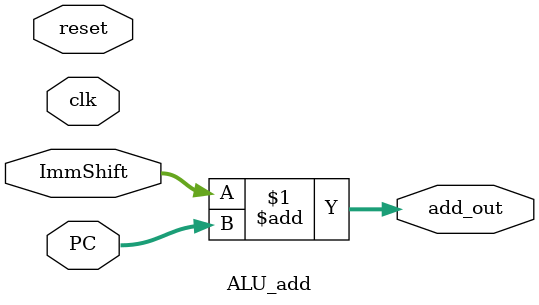
<source format=v>
`timescale 1ns / 1ps


module ALU_add(
reset,
clk,
ImmShift,
PC,
add_out
    );
    
    input reset;
    input clk;
    input [31:0] ImmShift;
    input [31:0] PC;
    output wire [31:0] add_out;
    
    assign    add_out=ImmShift+PC;

endmodule

</source>
